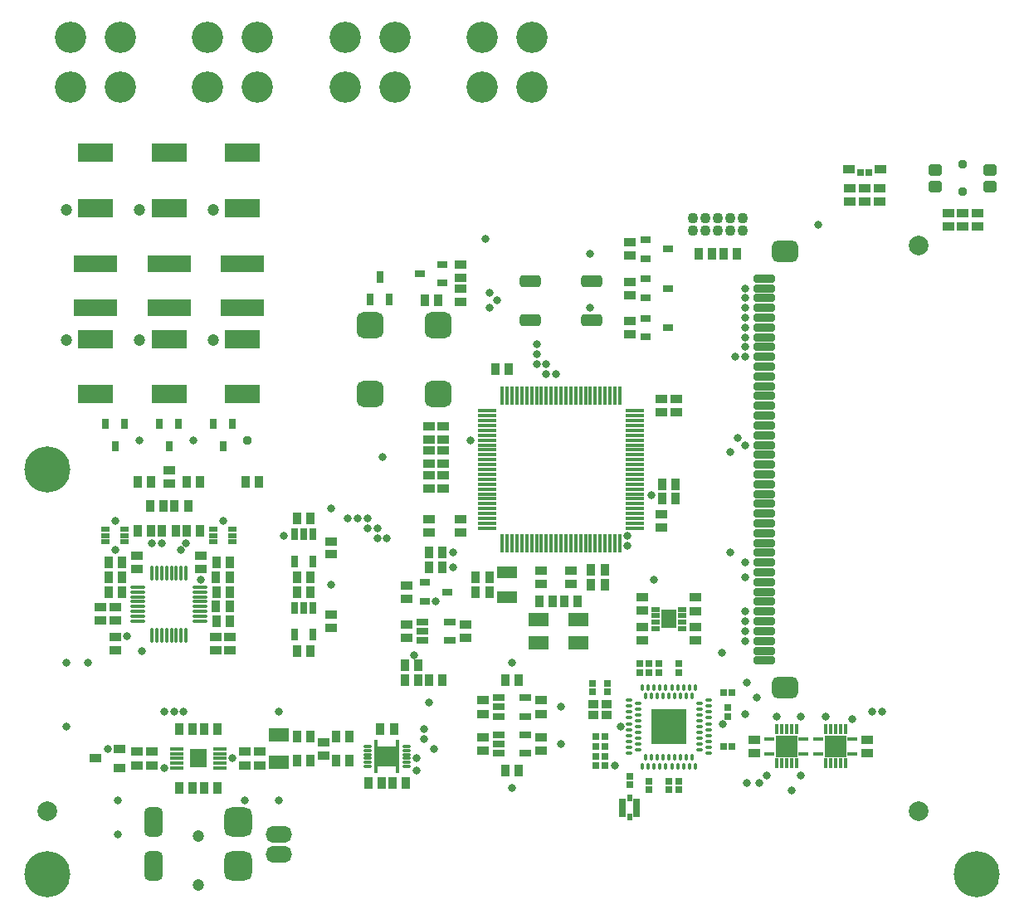
<source format=gts>
G04 Layer_Color=8388736*
%FSLAX25Y25*%
%MOIN*%
G70*
G01*
G75*
%ADD80R,0.03543X0.01969*%
G04:AMPARAMS|DCode=81|XSize=118.24mil|YSize=74.93mil|CornerRadius=20.73mil|HoleSize=0mil|Usage=FLASHONLY|Rotation=90.000|XOffset=0mil|YOffset=0mil|HoleType=Round|Shape=RoundedRectangle|*
%AMROUNDEDRECTD81*
21,1,0.11824,0.03347,0,0,90.0*
21,1,0.07677,0.07493,0,0,90.0*
1,1,0.04146,0.01673,0.03839*
1,1,0.04146,0.01673,-0.03839*
1,1,0.04146,-0.01673,-0.03839*
1,1,0.04146,-0.01673,0.03839*
%
%ADD81ROUNDEDRECTD81*%
G04:AMPARAMS|DCode=82|XSize=118.24mil|YSize=110.36mil|CornerRadius=29.59mil|HoleSize=0mil|Usage=FLASHONLY|Rotation=90.000|XOffset=0mil|YOffset=0mil|HoleType=Round|Shape=RoundedRectangle|*
%AMROUNDEDRECTD82*
21,1,0.11824,0.05118,0,0,90.0*
21,1,0.05906,0.11036,0,0,90.0*
1,1,0.05918,0.02559,0.02953*
1,1,0.05918,0.02559,-0.02953*
1,1,0.05918,-0.02559,-0.02953*
1,1,0.05918,-0.02559,0.02953*
%
%ADD82ROUNDEDRECTD82*%
%ADD83R,0.14186X0.07296*%
%ADD84R,0.17335X0.06706*%
%ADD85R,0.03162X0.04343*%
%ADD86C,0.07874*%
%ADD87R,0.07887X0.05524*%
%ADD88O,0.04095X0.01535*%
%ADD89O,0.01535X0.04095*%
%ADD90R,0.08622X0.08622*%
%ADD91R,0.04737X0.03635*%
%ADD92R,0.03635X0.04737*%
%ADD93O,0.03110X0.01339*%
%ADD94O,0.01339X0.03110*%
%ADD95R,0.13937X0.13937*%
%ADD96R,0.06575X0.07795*%
%ADD97O,0.05709X0.01575*%
%ADD98R,0.10039X0.08071*%
%ADD99O,0.03740X0.01181*%
%ADD100R,0.02913X0.02913*%
%ADD101R,0.03937X0.03543*%
%ADD102R,0.02913X0.02913*%
%ADD103R,0.02756X0.07284*%
%ADD104R,0.01969X0.02756*%
%ADD105R,0.04540X0.03359*%
G04:AMPARAMS|DCode=106|XSize=55.24mil|YSize=47.37mil|CornerRadius=13.84mil|HoleSize=0mil|Usage=FLASHONLY|Rotation=180.000|XOffset=0mil|YOffset=0mil|HoleType=Round|Shape=RoundedRectangle|*
%AMROUNDEDRECTD106*
21,1,0.05524,0.01969,0,0,180.0*
21,1,0.02756,0.04737,0,0,180.0*
1,1,0.02769,-0.01378,0.00984*
1,1,0.02769,0.01378,0.00984*
1,1,0.02769,0.01378,-0.00984*
1,1,0.02769,-0.01378,-0.00984*
%
%ADD106ROUNDEDRECTD106*%
G04:AMPARAMS|DCode=107|XSize=106.42mil|YSize=106.42mil|CornerRadius=28.61mil|HoleSize=0mil|Usage=FLASHONLY|Rotation=90.000|XOffset=0mil|YOffset=0mil|HoleType=Round|Shape=RoundedRectangle|*
%AMROUNDEDRECTD107*
21,1,0.10642,0.04921,0,0,90.0*
21,1,0.04921,0.10642,0,0,90.0*
1,1,0.05721,0.02461,0.02461*
1,1,0.05721,0.02461,-0.02461*
1,1,0.05721,-0.02461,-0.02461*
1,1,0.05721,-0.02461,0.02461*
%
%ADD107ROUNDEDRECTD107*%
%ADD108R,0.07887X0.04737*%
%ADD109R,0.06299X0.07284*%
%ADD110R,0.04737X0.03162*%
%ADD111O,0.01575X0.05906*%
%ADD112O,0.05906X0.01575*%
G04:AMPARAMS|DCode=113|XSize=86.74mil|YSize=47.37mil|CornerRadius=13.84mil|HoleSize=0mil|Usage=FLASHONLY|Rotation=180.000|XOffset=0mil|YOffset=0mil|HoleType=Round|Shape=RoundedRectangle|*
%AMROUNDEDRECTD113*
21,1,0.08674,0.01969,0,0,180.0*
21,1,0.05906,0.04737,0,0,180.0*
1,1,0.02769,-0.02953,0.00984*
1,1,0.02769,0.02953,0.00984*
1,1,0.02769,0.02953,-0.00984*
1,1,0.02769,-0.02953,-0.00984*
%
%ADD113ROUNDEDRECTD113*%
%ADD114R,0.07887X0.05721*%
%ADD115R,0.04343X0.03162*%
%ADD116R,0.04540X0.03359*%
G04:AMPARAMS|DCode=117|XSize=86.74mil|YSize=106.42mil|CornerRadius=23.69mil|HoleSize=0mil|Usage=FLASHONLY|Rotation=270.000|XOffset=0mil|YOffset=0mil|HoleType=Round|Shape=RoundedRectangle|*
%AMROUNDEDRECTD117*
21,1,0.08674,0.05906,0,0,270.0*
21,1,0.03937,0.10642,0,0,270.0*
1,1,0.04737,-0.02953,-0.01969*
1,1,0.04737,-0.02953,0.01969*
1,1,0.04737,0.02953,0.01969*
1,1,0.04737,0.02953,-0.01969*
%
%ADD117ROUNDEDRECTD117*%
G04:AMPARAMS|DCode=118|XSize=31.62mil|YSize=86.74mil|CornerRadius=9.91mil|HoleSize=0mil|Usage=FLASHONLY|Rotation=270.000|XOffset=0mil|YOffset=0mil|HoleType=Round|Shape=RoundedRectangle|*
%AMROUNDEDRECTD118*
21,1,0.03162,0.06693,0,0,270.0*
21,1,0.01181,0.08674,0,0,270.0*
1,1,0.01981,-0.03347,-0.00591*
1,1,0.01981,-0.03347,0.00591*
1,1,0.01981,0.03347,0.00591*
1,1,0.01981,0.03347,-0.00591*
%
%ADD118ROUNDEDRECTD118*%
%ADD119R,0.02559X0.03150*%
%ADD120R,0.04528X0.03740*%
%ADD121R,0.03359X0.04540*%
%ADD122R,0.03162X0.04737*%
%ADD123O,0.07480X0.01575*%
%ADD124O,0.01575X0.07480*%
%ADD125R,0.03162X0.04540*%
%ADD126C,0.12611*%
%ADD127O,0.10642X0.06706*%
%ADD128C,0.04331*%
%ADD129C,0.18517*%
%ADD130C,0.04737*%
%ADD131C,0.03162*%
%ADD132C,0.03753*%
G36*
X-45335Y-85042D02*
X-45298Y-85053D01*
X-45264Y-85072D01*
X-45234Y-85096D01*
X-45210Y-85126D01*
X-45191Y-85160D01*
X-45180Y-85198D01*
X-45176Y-85236D01*
Y-98228D01*
X-45180Y-98267D01*
X-45191Y-98304D01*
X-45210Y-98338D01*
X-45234Y-98368D01*
X-45264Y-98393D01*
X-45298Y-98411D01*
X-45335Y-98422D01*
X-45374Y-98426D01*
X-46358D01*
X-46397Y-98422D01*
X-46434Y-98411D01*
X-46468Y-98393D01*
X-46498Y-98368D01*
X-46523Y-98338D01*
X-46541Y-98304D01*
X-46552Y-98267D01*
X-46556Y-98228D01*
Y-95769D01*
X-53838D01*
Y-98228D01*
X-53841Y-98267D01*
X-53853Y-98304D01*
X-53871Y-98338D01*
X-53895Y-98368D01*
X-53926Y-98393D01*
X-53960Y-98411D01*
X-53997Y-98422D01*
X-54035Y-98426D01*
X-55020D01*
X-55058Y-98422D01*
X-55095Y-98411D01*
X-55129Y-98393D01*
X-55159Y-98368D01*
X-55184Y-98338D01*
X-55202Y-98304D01*
X-55214Y-98267D01*
X-55217Y-98228D01*
Y-85236D01*
X-55214Y-85198D01*
X-55202Y-85161D01*
X-55184Y-85126D01*
X-55159Y-85096D01*
X-55129Y-85072D01*
X-55095Y-85053D01*
X-55058Y-85042D01*
X-55020Y-85039D01*
X-54035D01*
X-53997Y-85042D01*
X-53960Y-85053D01*
X-53926Y-85072D01*
X-53895Y-85096D01*
X-53871Y-85126D01*
X-53853Y-85161D01*
X-53841Y-85198D01*
X-53838Y-85236D01*
Y-87696D01*
X-46556D01*
Y-85236D01*
X-46552Y-85198D01*
X-46541Y-85161D01*
X-46523Y-85126D01*
X-46498Y-85096D01*
X-46468Y-85072D01*
X-46434Y-85053D01*
X-46397Y-85042D01*
X-46358Y-85039D01*
X-45374Y-85038D01*
X-45335Y-85042D01*
D02*
G37*
D80*
X-155709Y-5512D02*
D03*
Y-2953D02*
D03*
Y-394D02*
D03*
X-163189D02*
D03*
Y-2953D02*
D03*
Y-5512D02*
D03*
X57520Y-32579D02*
D03*
Y-35138D02*
D03*
Y-37697D02*
D03*
Y-40256D02*
D03*
X68465Y-32579D02*
D03*
Y-35138D02*
D03*
Y-37697D02*
D03*
Y-40256D02*
D03*
X-119882Y-2953D02*
D03*
Y-394D02*
D03*
Y-5512D02*
D03*
X-112402D02*
D03*
Y-394D02*
D03*
Y-2953D02*
D03*
D81*
X-143898Y-135827D02*
D03*
Y-118110D02*
D03*
D82*
X-109842Y-135827D02*
D03*
Y-118110D02*
D03*
D83*
X-137795Y128642D02*
D03*
Y150886D02*
D03*
X-108268Y128642D02*
D03*
Y150886D02*
D03*
X-167323Y128642D02*
D03*
Y150886D02*
D03*
X-108268Y53838D02*
D03*
Y76083D02*
D03*
X-137795Y53838D02*
D03*
Y76083D02*
D03*
X-167323Y53838D02*
D03*
Y76083D02*
D03*
D84*
X-108268Y106299D02*
D03*
Y88583D02*
D03*
X-137795Y106299D02*
D03*
Y88583D02*
D03*
X-167323Y106299D02*
D03*
Y88583D02*
D03*
D85*
X-163189Y41929D02*
D03*
X-155709D02*
D03*
X-159449Y32874D02*
D03*
X-119882Y41929D02*
D03*
X-112402D02*
D03*
X-116142Y32874D02*
D03*
X-141535Y41929D02*
D03*
X-134055D02*
D03*
X-137795Y32874D02*
D03*
D86*
X-186614Y-113779D02*
D03*
X163386Y113779D02*
D03*
Y-113779D02*
D03*
D87*
X26575Y-46063D02*
D03*
X10827D02*
D03*
Y-36614D02*
D03*
X26575D02*
D03*
D88*
X103445Y-84646D02*
D03*
Y-90551D02*
D03*
X117028D02*
D03*
Y-84646D02*
D03*
X136713Y-90551D02*
D03*
Y-84646D02*
D03*
X123130D02*
D03*
Y-90551D02*
D03*
D89*
X106299Y-94390D02*
D03*
X108268D02*
D03*
X110236D02*
D03*
X112205D02*
D03*
X114173D02*
D03*
Y-80807D02*
D03*
X112205D02*
D03*
X110236D02*
D03*
X108268D02*
D03*
X106299D02*
D03*
X133858D02*
D03*
X131890D02*
D03*
X129921D02*
D03*
X127953D02*
D03*
X125984D02*
D03*
Y-94390D02*
D03*
X127953D02*
D03*
X129921D02*
D03*
X131890D02*
D03*
X133858D02*
D03*
D90*
X110236Y-87598D02*
D03*
X129921D02*
D03*
D91*
X-101378Y-89803D02*
D03*
Y-95236D02*
D03*
X-11811Y-83898D02*
D03*
Y-89331D02*
D03*
Y-69134D02*
D03*
Y-74567D02*
D03*
X97441Y-84882D02*
D03*
Y-90315D02*
D03*
X142717Y-90315D02*
D03*
Y-84882D02*
D03*
X-113189Y-43543D02*
D03*
Y-48976D02*
D03*
X-119095Y-43543D02*
D03*
Y-48976D02*
D03*
X-75787Y-85866D02*
D03*
Y-91299D02*
D03*
X-150591Y-95236D02*
D03*
Y-89803D02*
D03*
X-144685Y-95236D02*
D03*
Y-89803D02*
D03*
X-107283Y-95236D02*
D03*
Y-89803D02*
D03*
X23622Y-22401D02*
D03*
Y-16969D02*
D03*
X60040Y46496D02*
D03*
Y51929D02*
D03*
X65945Y46496D02*
D03*
Y51929D02*
D03*
X-20669Y3701D02*
D03*
Y-1732D02*
D03*
X60040Y236D02*
D03*
Y5669D02*
D03*
X11811Y-16969D02*
D03*
Y-22402D02*
D03*
X175197Y126732D02*
D03*
Y121299D02*
D03*
X11811Y-89331D02*
D03*
Y-83898D02*
D03*
Y-74567D02*
D03*
Y-69134D02*
D03*
X52165Y-45039D02*
D03*
Y-39606D02*
D03*
X73819Y-27795D02*
D03*
Y-33228D02*
D03*
Y-45039D02*
D03*
Y-39606D02*
D03*
X-42323Y-44055D02*
D03*
Y-38622D02*
D03*
X-18701Y-44055D02*
D03*
Y-38622D02*
D03*
X-165354Y-37165D02*
D03*
Y-31732D02*
D03*
X-150591Y-16496D02*
D03*
Y-11063D02*
D03*
X-125000Y-16496D02*
D03*
Y-11063D02*
D03*
X-159449Y-37165D02*
D03*
Y-31732D02*
D03*
D92*
X-156732Y-13780D02*
D03*
X-162165D02*
D03*
X-156732Y-19685D02*
D03*
X-162165D02*
D03*
X-156732Y-25591D02*
D03*
X-162165D02*
D03*
X-135591Y8858D02*
D03*
X-130158D02*
D03*
X-1220Y63976D02*
D03*
X-6654D02*
D03*
X-70630Y-83662D02*
D03*
X-65197D02*
D03*
X-47992Y-102362D02*
D03*
X-42559D02*
D03*
X-65197Y-93504D02*
D03*
X-70630D02*
D03*
X-52913Y-80709D02*
D03*
X-47480D02*
D03*
X26339Y-29528D02*
D03*
X20906D02*
D03*
X11063Y-29528D02*
D03*
X16496D02*
D03*
X-14527Y-19685D02*
D03*
X-9094D02*
D03*
X-14527Y-25591D02*
D03*
X-9094D02*
D03*
X31732Y-22638D02*
D03*
X37165D02*
D03*
X-145433Y8858D02*
D03*
X-140000D02*
D03*
X-135079Y-984D02*
D03*
X-140512D02*
D03*
X-130669Y-984D02*
D03*
X-125236D02*
D03*
X-144921Y-984D02*
D03*
X-150355D02*
D03*
X-80945Y3937D02*
D03*
X-86378D02*
D03*
X-80945Y-19685D02*
D03*
X-86378D02*
D03*
X-80945Y-49213D02*
D03*
X-86378D02*
D03*
X-118858Y-19685D02*
D03*
X-113425D02*
D03*
X-80945Y-25591D02*
D03*
X-86378D02*
D03*
X-118858Y-31496D02*
D03*
X-113425D02*
D03*
X-37638Y-55118D02*
D03*
X-43071D02*
D03*
X31732Y-16732D02*
D03*
X37165D02*
D03*
D93*
X78839Y-69095D02*
D03*
Y-71457D02*
D03*
Y-73819D02*
D03*
Y-76181D02*
D03*
Y-78543D02*
D03*
Y-80905D02*
D03*
Y-83268D02*
D03*
Y-85630D02*
D03*
Y-87992D02*
D03*
Y-90354D02*
D03*
X47146D02*
D03*
Y-87992D02*
D03*
Y-85630D02*
D03*
Y-83268D02*
D03*
Y-80905D02*
D03*
Y-78543D02*
D03*
Y-76181D02*
D03*
Y-73819D02*
D03*
Y-71457D02*
D03*
Y-69095D02*
D03*
X75295Y-70276D02*
D03*
Y-72638D02*
D03*
Y-75000D02*
D03*
Y-77362D02*
D03*
Y-79724D02*
D03*
Y-82087D02*
D03*
Y-84449D02*
D03*
Y-86811D02*
D03*
Y-89173D02*
D03*
X50689D02*
D03*
Y-86811D02*
D03*
Y-84449D02*
D03*
Y-82087D02*
D03*
Y-79724D02*
D03*
Y-77362D02*
D03*
Y-75000D02*
D03*
Y-72638D02*
D03*
Y-70276D02*
D03*
D94*
X73622Y-95571D02*
D03*
X71260D02*
D03*
X68898D02*
D03*
X66535D02*
D03*
X64173D02*
D03*
X61811D02*
D03*
X59449D02*
D03*
X57087D02*
D03*
X54724D02*
D03*
X52362D02*
D03*
Y-63878D02*
D03*
X54724D02*
D03*
X57087D02*
D03*
X59449D02*
D03*
X61811D02*
D03*
X64173D02*
D03*
X66535D02*
D03*
X68898D02*
D03*
X71260D02*
D03*
X73622D02*
D03*
X72441Y-92027D02*
D03*
X70079D02*
D03*
X67716D02*
D03*
X65354D02*
D03*
X62992D02*
D03*
X60630D02*
D03*
X58268D02*
D03*
X55905D02*
D03*
X53543D02*
D03*
Y-67421D02*
D03*
X55905D02*
D03*
X58268D02*
D03*
X60630D02*
D03*
X62992D02*
D03*
X65354D02*
D03*
X67716D02*
D03*
X70079D02*
D03*
X72441D02*
D03*
D95*
X62992Y-79724D02*
D03*
D96*
X-125984Y-92520D02*
D03*
D97*
X-117224Y-96457D02*
D03*
Y-94488D02*
D03*
Y-92520D02*
D03*
Y-90551D02*
D03*
Y-88583D02*
D03*
X-134744Y-96457D02*
D03*
Y-94488D02*
D03*
Y-92520D02*
D03*
Y-90551D02*
D03*
Y-88583D02*
D03*
D98*
X-50197Y-91732D02*
D03*
D99*
X-57972Y-95669D02*
D03*
Y-94095D02*
D03*
Y-92520D02*
D03*
Y-90945D02*
D03*
Y-89370D02*
D03*
Y-87795D02*
D03*
X-42421D02*
D03*
Y-89370D02*
D03*
Y-90945D02*
D03*
Y-92520D02*
D03*
Y-94095D02*
D03*
Y-95669D02*
D03*
D100*
X38386Y-65748D02*
D03*
Y-62205D02*
D03*
X32480D02*
D03*
Y-65748D02*
D03*
X47244Y-103149D02*
D03*
Y-99606D02*
D03*
X55118Y-105118D02*
D03*
Y-101575D02*
D03*
X62992Y-105118D02*
D03*
Y-101575D02*
D03*
X66929Y-105118D02*
D03*
Y-101575D02*
D03*
X86614Y-75591D02*
D03*
Y-72047D02*
D03*
X66929Y-57874D02*
D03*
Y-54331D02*
D03*
X59055Y-57874D02*
D03*
Y-54331D02*
D03*
X55118Y-57874D02*
D03*
Y-54331D02*
D03*
X51181Y-57874D02*
D03*
Y-54331D02*
D03*
D101*
X32776Y-70768D02*
D03*
X38091D02*
D03*
X32776Y-74902D02*
D03*
X38091D02*
D03*
D102*
X33661Y-83661D02*
D03*
X37205D02*
D03*
X33661Y-87598D02*
D03*
X37205D02*
D03*
X33661Y-91535D02*
D03*
X37205D02*
D03*
X33661Y-95472D02*
D03*
X37205D02*
D03*
X84842Y-65945D02*
D03*
X88386D02*
D03*
X84842Y-87598D02*
D03*
X88386D02*
D03*
D103*
X44488Y-112205D02*
D03*
X50000D02*
D03*
D104*
X47244Y-116142D02*
D03*
Y-108268D02*
D03*
D105*
X52165Y-33169D02*
D03*
Y-27854D02*
D03*
X-27559Y25886D02*
D03*
Y31201D02*
D03*
X-33465Y25886D02*
D03*
Y31201D02*
D03*
X-33465Y35728D02*
D03*
Y41043D02*
D03*
X-27559Y35728D02*
D03*
Y41043D02*
D03*
X-33465Y3642D02*
D03*
Y-1673D02*
D03*
X141732Y131201D02*
D03*
Y136516D02*
D03*
X135827D02*
D03*
Y131201D02*
D03*
X-27559Y16043D02*
D03*
Y21358D02*
D03*
X-33465D02*
D03*
Y16043D02*
D03*
X187008Y121358D02*
D03*
Y126673D02*
D03*
X181102Y126673D02*
D03*
Y121358D02*
D03*
X147638Y131201D02*
D03*
Y136516D02*
D03*
X-20669Y106004D02*
D03*
Y100689D02*
D03*
X-137795Y18012D02*
D03*
Y23327D02*
D03*
X-159449Y-48917D02*
D03*
Y-43602D02*
D03*
X-72835Y-40059D02*
D03*
Y-34744D02*
D03*
Y-10531D02*
D03*
Y-5217D02*
D03*
X-42323Y-28248D02*
D03*
Y-22933D02*
D03*
X47244Y83366D02*
D03*
Y78051D02*
D03*
Y99114D02*
D03*
Y93799D02*
D03*
Y114862D02*
D03*
Y109547D02*
D03*
X-20669Y96161D02*
D03*
Y90846D02*
D03*
D106*
X170079Y137402D02*
D03*
Y144095D02*
D03*
X192126Y137402D02*
D03*
Y144095D02*
D03*
D107*
X-29528Y81693D02*
D03*
X-57087D02*
D03*
X-29528Y54134D02*
D03*
X-57087D02*
D03*
D108*
X-1968Y-27559D02*
D03*
Y-17717D02*
D03*
D109*
X62992Y-36417D02*
D03*
D110*
X-25098Y-37598D02*
D03*
Y-45079D02*
D03*
X-35925D02*
D03*
Y-41339D02*
D03*
Y-37598D02*
D03*
X5413Y-82874D02*
D03*
Y-90354D02*
D03*
X-5413D02*
D03*
Y-86614D02*
D03*
Y-82874D02*
D03*
X5413Y-68110D02*
D03*
Y-75590D02*
D03*
X-5413D02*
D03*
Y-71850D02*
D03*
Y-68110D02*
D03*
D111*
X-144685Y-43110D02*
D03*
Y-17913D02*
D03*
X-140748D02*
D03*
X-142717D02*
D03*
X-130906Y-43110D02*
D03*
X-132874D02*
D03*
X-138780Y-17913D02*
D03*
X-136811D02*
D03*
X-134843D02*
D03*
X-130906D02*
D03*
X-132874D02*
D03*
X-140748Y-43110D02*
D03*
X-142717D02*
D03*
X-138780D02*
D03*
X-136811D02*
D03*
X-134843D02*
D03*
D112*
X-150394Y-29528D02*
D03*
Y-33465D02*
D03*
Y-31496D02*
D03*
Y-23622D02*
D03*
Y-27559D02*
D03*
Y-25591D02*
D03*
X-125197Y-33465D02*
D03*
Y-37402D02*
D03*
Y-35433D02*
D03*
Y-27559D02*
D03*
Y-31496D02*
D03*
Y-29528D02*
D03*
Y-25591D02*
D03*
Y-23622D02*
D03*
X-150394Y-37402D02*
D03*
Y-35433D02*
D03*
D113*
X31988Y83662D02*
D03*
X7383D02*
D03*
X7383Y99410D02*
D03*
X31988D02*
D03*
D114*
X-93504Y-82972D02*
D03*
Y-94193D02*
D03*
D115*
X-37008Y102362D02*
D03*
X-27953Y106102D02*
D03*
Y98622D02*
D03*
X62599Y96457D02*
D03*
X53544Y92717D02*
D03*
Y100197D02*
D03*
X62598Y112205D02*
D03*
X53543Y108464D02*
D03*
Y115945D02*
D03*
X62598Y80709D02*
D03*
X53543Y76968D02*
D03*
Y84449D02*
D03*
X-25984Y-25591D02*
D03*
X-35039Y-29331D02*
D03*
Y-21850D02*
D03*
D116*
X-157539Y-96260D02*
D03*
Y-88779D02*
D03*
X-167264Y-92520D02*
D03*
D117*
X109646Y111417D02*
D03*
Y-64173D02*
D03*
D118*
X101181Y-53150D02*
D03*
Y-49213D02*
D03*
Y-45276D02*
D03*
Y-41339D02*
D03*
Y-37402D02*
D03*
Y-33465D02*
D03*
Y-29528D02*
D03*
Y-25591D02*
D03*
Y-21654D02*
D03*
Y-17717D02*
D03*
Y-13780D02*
D03*
Y-9843D02*
D03*
Y-5906D02*
D03*
Y-1969D02*
D03*
Y1969D02*
D03*
Y5906D02*
D03*
Y9843D02*
D03*
Y13780D02*
D03*
Y17717D02*
D03*
Y21654D02*
D03*
Y25591D02*
D03*
Y29528D02*
D03*
Y33465D02*
D03*
Y37402D02*
D03*
Y41339D02*
D03*
Y45276D02*
D03*
Y49213D02*
D03*
Y53150D02*
D03*
Y57087D02*
D03*
Y61024D02*
D03*
Y64961D02*
D03*
Y68898D02*
D03*
Y72835D02*
D03*
Y76772D02*
D03*
Y80709D02*
D03*
Y84646D02*
D03*
Y88583D02*
D03*
Y92520D02*
D03*
Y96457D02*
D03*
Y100394D02*
D03*
D119*
X143307Y143012D02*
D03*
X140158D02*
D03*
D120*
X135433Y144291D02*
D03*
X148032D02*
D03*
D121*
X2658Y-97441D02*
D03*
X-2657D02*
D03*
X2658Y-61024D02*
D03*
X-2657D02*
D03*
X65650Y17717D02*
D03*
X60335D02*
D03*
X-52461Y-102362D02*
D03*
X-57775D02*
D03*
X-128248Y-80709D02*
D03*
X-133563D02*
D03*
X-123720Y-104331D02*
D03*
X-118405D02*
D03*
X-128248D02*
D03*
X-133563D02*
D03*
X-123720Y-80709D02*
D03*
X-118405D02*
D03*
X-86319Y-83662D02*
D03*
X-81004D02*
D03*
X-86319Y-93504D02*
D03*
X-81004D02*
D03*
X65650Y11811D02*
D03*
X60335D02*
D03*
X80413Y110236D02*
D03*
X75098D02*
D03*
X-29823Y91536D02*
D03*
X-35138D02*
D03*
X90256Y110236D02*
D03*
X84941D02*
D03*
X-27854Y-15748D02*
D03*
X-33169D02*
D03*
X-33169Y-9843D02*
D03*
X-27854D02*
D03*
X-144980Y18701D02*
D03*
X-150295D02*
D03*
X-130610Y18701D02*
D03*
X-125295D02*
D03*
X-113484Y-13780D02*
D03*
X-118799D02*
D03*
X-118799Y-37402D02*
D03*
X-113484D02*
D03*
X-33169Y-61024D02*
D03*
X-27854D02*
D03*
X-43012Y-61024D02*
D03*
X-37697D02*
D03*
X-106988Y18701D02*
D03*
X-101673D02*
D03*
X-118799Y-25591D02*
D03*
X-113484D02*
D03*
D122*
X-83661Y-31988D02*
D03*
X-79921D02*
D03*
X-87401D02*
D03*
X-79921Y-42815D02*
D03*
X-87401D02*
D03*
X-83661Y-2461D02*
D03*
X-79921D02*
D03*
X-87402D02*
D03*
X-79921Y-13287D02*
D03*
X-87402D02*
D03*
D123*
X-10039Y0D02*
D03*
Y5906D02*
D03*
Y1969D02*
D03*
Y3937D02*
D03*
Y11811D02*
D03*
Y9843D02*
D03*
Y13780D02*
D03*
Y7874D02*
D03*
Y23622D02*
D03*
Y27559D02*
D03*
Y25591D02*
D03*
Y17717D02*
D03*
Y15748D02*
D03*
Y21654D02*
D03*
Y19685D02*
D03*
Y39370D02*
D03*
Y37402D02*
D03*
Y43307D02*
D03*
Y41339D02*
D03*
Y31496D02*
D03*
Y29528D02*
D03*
Y35433D02*
D03*
Y33465D02*
D03*
Y45276D02*
D03*
Y47244D02*
D03*
X49409Y7874D02*
D03*
Y11811D02*
D03*
Y9843D02*
D03*
Y1969D02*
D03*
Y0D02*
D03*
Y5906D02*
D03*
Y3937D02*
D03*
Y13780D02*
D03*
Y17717D02*
D03*
Y15748D02*
D03*
Y21654D02*
D03*
Y19685D02*
D03*
Y31496D02*
D03*
Y35433D02*
D03*
Y33465D02*
D03*
Y25591D02*
D03*
Y23622D02*
D03*
Y29528D02*
D03*
Y27559D02*
D03*
Y41339D02*
D03*
Y39370D02*
D03*
Y43307D02*
D03*
Y37402D02*
D03*
Y47244D02*
D03*
Y45276D02*
D03*
D124*
X-3937Y-6102D02*
D03*
X-1968D02*
D03*
X5906D02*
D03*
X7874D02*
D03*
X0D02*
D03*
X3937D02*
D03*
X1969D02*
D03*
X13780D02*
D03*
X15748D02*
D03*
X9843D02*
D03*
X11811D02*
D03*
X-3937Y53347D02*
D03*
X0D02*
D03*
X1969D02*
D03*
X3937D02*
D03*
X5906D02*
D03*
X-1968D02*
D03*
X11811D02*
D03*
X13780D02*
D03*
X7874D02*
D03*
X9843D02*
D03*
X35433Y-6102D02*
D03*
X31496D02*
D03*
X33465D02*
D03*
X41339D02*
D03*
X43307D02*
D03*
X37402D02*
D03*
X39370D02*
D03*
X21654D02*
D03*
X17717D02*
D03*
X19685D02*
D03*
X27559D02*
D03*
X29528D02*
D03*
X23622D02*
D03*
X25591D02*
D03*
X15748Y53347D02*
D03*
X17717D02*
D03*
X19685D02*
D03*
X21654D02*
D03*
X23622D02*
D03*
X29528D02*
D03*
X31496D02*
D03*
X25591D02*
D03*
X27559D02*
D03*
X37402D02*
D03*
X39370D02*
D03*
X33465D02*
D03*
X35433D02*
D03*
X41339D02*
D03*
X43307D02*
D03*
D125*
X-53150Y101083D02*
D03*
X-49409Y91831D02*
D03*
X-56890D02*
D03*
D126*
X-11968Y197244D02*
D03*
X8032D02*
D03*
Y177244D02*
D03*
X-11968D02*
D03*
X-177323Y197244D02*
D03*
X-157323D02*
D03*
Y177244D02*
D03*
X-177323D02*
D03*
X-122205Y197244D02*
D03*
X-102205D02*
D03*
Y177244D02*
D03*
X-122205D02*
D03*
X-67086Y197244D02*
D03*
X-47087D02*
D03*
Y177244D02*
D03*
X-67086D02*
D03*
D127*
X-93504Y-130905D02*
D03*
Y-123031D02*
D03*
D128*
X72677Y119685D02*
D03*
Y124685D02*
D03*
X77677Y119685D02*
D03*
Y124685D02*
D03*
X82677Y119685D02*
D03*
Y124685D02*
D03*
X87677Y119685D02*
D03*
Y124685D02*
D03*
X92677Y119685D02*
D03*
Y124685D02*
D03*
D129*
X-186614Y-138976D02*
D03*
X186614Y-138976D02*
D03*
X-186614Y23622D02*
D03*
D130*
X-125984Y-123622D02*
D03*
Y-143307D02*
D03*
X-120079Y127953D02*
D03*
X-149606D02*
D03*
X-179134D02*
D03*
X-120079Y75787D02*
D03*
X-179134D02*
D03*
X-149606D02*
D03*
D131*
X-39370Y-51181D02*
D03*
X-139764Y-73819D02*
D03*
X-125000Y-20669D02*
D03*
X123032Y122047D02*
D03*
X84400Y-50197D02*
D03*
X93504Y-19685D02*
D03*
X87599Y-9843D02*
D03*
X93504Y96457D02*
D03*
Y-13780D02*
D03*
Y-33465D02*
D03*
Y-37402D02*
D03*
Y-41339D02*
D03*
Y-45276D02*
D03*
Y84646D02*
D03*
Y80709D02*
D03*
Y76772D02*
D03*
Y72835D02*
D03*
X89567Y68898D02*
D03*
X93504D02*
D03*
X-170276Y-54134D02*
D03*
X-179134D02*
D03*
X-72835Y7874D02*
D03*
X-93504Y-73819D02*
D03*
X-52165Y28543D02*
D03*
X19685Y-86614D02*
D03*
Y-71850D02*
D03*
X-158465Y-123031D02*
D03*
Y-109252D02*
D03*
X-93504D02*
D03*
X0Y-54134D02*
D03*
Y-104331D02*
D03*
X57087Y-20669D02*
D03*
X-131890Y-73819D02*
D03*
X-8858Y94488D02*
D03*
Y88583D02*
D03*
X-5905Y91535D02*
D03*
X9843Y73819D02*
D03*
Y69882D02*
D03*
X13780Y62008D02*
D03*
X9843Y65945D02*
D03*
X-31496Y-88583D02*
D03*
X-35433Y-84646D02*
D03*
X-72835Y-22638D02*
D03*
X99410Y-102362D02*
D03*
X112205Y-105315D02*
D03*
X102362Y-99410D02*
D03*
X94488Y-62008D02*
D03*
X93504Y-74803D02*
D03*
X41339Y-95472D02*
D03*
X-38386Y-97441D02*
D03*
X136811Y-76772D02*
D03*
X116142Y-75787D02*
D03*
X106299D02*
D03*
X98425Y-67913D02*
D03*
X125984Y-75787D02*
D03*
X84646Y-78740D02*
D03*
X116142Y-99410D02*
D03*
X148622Y-73819D02*
D03*
X144685D02*
D03*
X-65945Y3937D02*
D03*
X-62008D02*
D03*
X-58071D02*
D03*
Y0D02*
D03*
X-54134D02*
D03*
Y-3937D02*
D03*
X-50197D02*
D03*
X-91535Y-2953D02*
D03*
X87599Y30512D02*
D03*
X93504Y33465D02*
D03*
X90551Y36417D02*
D03*
X-107283Y-109252D02*
D03*
X-139764Y-96457D02*
D03*
X93504Y92520D02*
D03*
Y88583D02*
D03*
X46260Y-2953D02*
D03*
X46260Y-6890D02*
D03*
X56102Y13287D02*
D03*
X-38386Y-92520D02*
D03*
X-154528Y-43307D02*
D03*
X-148622Y-49213D02*
D03*
X43799Y-79724D02*
D03*
X13780Y65945D02*
D03*
X17717Y62008D02*
D03*
X-35433Y-80709D02*
D03*
X94488Y-102362D02*
D03*
X-10827Y116142D02*
D03*
X-179134Y-79725D02*
D03*
X-162402Y-88583D02*
D03*
X-112205Y-92520D02*
D03*
X-135827Y-73819D02*
D03*
X-33465Y-69882D02*
D03*
X-23622Y-9843D02*
D03*
X-23622Y-15748D02*
D03*
X-116142Y2953D02*
D03*
X-159449D02*
D03*
Y-8858D02*
D03*
X-144685Y-5906D02*
D03*
X-130906D02*
D03*
X-140748D02*
D03*
X-132874Y-8858D02*
D03*
X-30512Y-29528D02*
D03*
X-127953Y35433D02*
D03*
X-149606D02*
D03*
X31496Y110236D02*
D03*
Y88583D02*
D03*
X-16732Y35433D02*
D03*
D132*
X181102Y146161D02*
D03*
Y135335D02*
D03*
X-106299Y35433D02*
D03*
M02*

</source>
